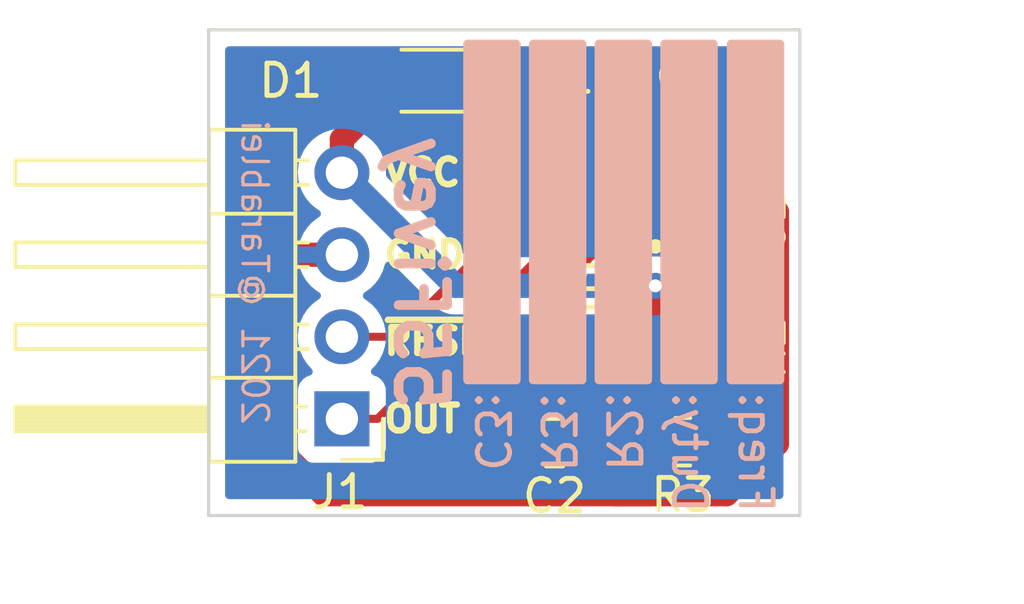
<source format=kicad_pcb>
(kicad_pcb (version 20210925) (generator pcbnew)
  (title_block (title "55Fivey") (date "10/03/2021") (rev "1.0") (company "@Tarablei"))
  (layers (0 "F.Cu" signal) (31 "B.Cu" signal) (34 "B.Paste" user) (35 "F.Paste" user) (36 "B.SilkS" user "B.Silkscreen") (37 "F.SilkS" user "F.Silkscreen") (38 "B.Mask" user) (39 "F.Mask" user) (44 "Edge.Cuts" user))
  (net 0 "")
  (net 1 "VCC")
  (net 2 "GND")
  (net 3 "Net-(C2-Pad1)")
  (net 4 "Net-(C3-Pad1)")
  (net 5 "Net-(D1-Pad1)")
  (net 6 "OUT")
  (net 7 "~{RESET}")
  (net 8 "Net-(R2-Pad2)")
  (footprint "Package_SO:SOIC-8_3.9x4.9mm_P1.27mm" (layer "F.Cu") (at 61.6712 30.8864 -90)
    (fp_text reference "U1" (at 0 0 -90) (layer "F.SilkS"))
    (fp_text value "NE555P")
    (fp_line (start 0 -2.56) (end 1.95 -2.56) (layer "F.SilkS") (width 0.12))
    (fp_line (start 0 2.56) (end -1.95 2.56) (layer "F.SilkS") (width 0.12))
    (fp_line (start 0 -2.56) (end -3.45 -2.56) (layer "F.SilkS") (width 0.12))
    (fp_line (start 0 2.56) (end 1.95 2.56) (layer "F.SilkS") (width 0.12))
    (pad "1" smd roundrect locked (at -2.475 -1.905 270) (size 1.95 0.6) (layers "F.Cu" "F.Paste" "F.Mask") (net 2 "GND"))
    (pad "2" smd roundrect locked (at -2.475 -0.635 270) (size 1.95 0.6) (layers "F.Cu" "F.Paste" "F.Mask") (net 4 "Net-(C3-Pad1)"))
    (pad "3" smd roundrect locked (at -2.475 0.635 270) (size 1.95 0.6) (layers "F.Cu" "F.Paste" "F.Mask") (net 6 "OUT"))
    (pad "4" smd roundrect locked (at -2.475 1.905 270) (size 1.95 0.6) (layers "F.Cu" "F.Paste" "F.Mask") (net 7 "~{RESET}"))
    (pad "5" smd roundrect locked (at 2.475 1.905 270) (size 1.95 0.6) (layers "F.Cu" "F.Paste" "F.Mask") (net 3 "Net-(C2-Pad1)"))
    (pad "6" smd roundrect locked (at 2.475 0.635 270) (size 1.95 0.6) (layers "F.Cu" "F.Paste" "F.Mask") (net 4 "Net-(C3-Pad1)"))
    (pad "7" smd roundrect locked (at 2.475 -0.635 270) (size 1.95 0.6) (layers "F.Cu" "F.Paste" "F.Mask") (net 8 "Net-(R2-Pad2)"))
    (pad "8" smd roundrect locked (at 2.475 -1.905 270) (size 1.95 0.6) (layers "F.Cu" "F.Paste" "F.Mask") (net 1 "VCC"))
  )
  (footprint "Resistor_SMD:R_0805_2012Metric_Pad1.20x1.40mm_HandSolder" (layer "F.Cu") (at 60.7314 26.065)
    (fp_text reference "R1" (at 0 -1.554) (layer "F.SilkS"))
    (fp_text value "1k")
    (fp_line (start -0.227064 0.735) (end 0.227064 0.735) (layer "F.SilkS") (width 0.12))
    (fp_line (start -0.227064 -0.735) (end 0.227064 -0.735) (layer "F.SilkS") (width 0.12))
    (pad "1" smd roundrect locked (at -1 0) (size 1.2 1.4) (layers "F.Cu" "F.Paste" "F.Mask") (roundrect_rratio 0.208333) (net 5 "Net-(D1-Pad1)"))
    (pad "2" smd roundrect locked (at 1 0) (size 1.2 1.4) (layers "F.Cu" "F.Paste" "F.Mask") (roundrect_rratio 0.208333) (net 2 "GND"))
  )
  (footprint "Capacitor_SMD:C_0805_2012Metric_Pad1.18x1.45mm_HandSolder" (layer "F.Cu") (at 60.4813 35.844)
    (fp_text reference "C2" (at 0 1.65) (layer "F.SilkS"))
    (fp_text value "10n")
    (fp_line (start -0.261252 -0.735) (end 0.261252 -0.735) (layer "F.SilkS") (width 0.12))
    (fp_line (start -0.261252 0.735) (end 0.261252 0.735) (layer "F.SilkS") (width 0.12))
    (pad "1" smd roundrect locked (at -1.0375 0) (size 1.175 1.45) (layers "F.Cu" "F.Paste" "F.Mask") (roundrect_rratio 0.212766) (net 3 "Net-(C2-Pad1)"))
    (pad "2" smd roundrect locked (at 1.0375 0) (size 1.175 1.45) (layers "F.Cu" "F.Paste" "F.Mask") (roundrect_rratio 0.212766) (net 2 "GND"))
  )
  (footprint "Connector_PinHeader_2.54mm:PinHeader_1x04_P2.54mm_Horizontal" (layer "F.Cu") (at 53.905 35.1055 180)
    (fp_text reference "J1" (at 0.057 -2.27) (layer "F.SilkS"))
    (fp_text value "Conn_01x04")
    (fp_line (start 1.042929 7.24) (end 1.44 7.24) (layer "F.SilkS") (width 0.12))
    (fp_line (start 4.1 0.28) (end 10.1 0.28) (layer "F.SilkS") (width 0.12))
    (fp_line (start 4.1 8.95) (end 4.1 -1.33) (layer "F.SilkS") (width 0.12))
    (fp_line (start 10.1 -0.38) (end 10.1 0.38) (layer "F.SilkS") (width 0.12))
    (fp_line (start 1.44 8.95) (end 4.1 8.95) (layer "F.SilkS") (width 0.12))
    (fp_line (start 1.11 0.38) (end 1.44 0.38) (layer "F.SilkS") (width 0.12))
    (fp_line (start 4.1 7.24) (end 10.1 7.24) (layer "F.SilkS") (width 0.12))
    (fp_line (start 10.1 0.38) (end 4.1 0.38) (layer "F.SilkS") (width 0.12))
    (fp_line (start 1.042929 8) (end 1.44 8) (layer "F.SilkS") (width 0.12))
    (fp_line (start 1.44 6.35) (end 4.1 6.35) (layer "F.SilkS") (width 0.12))
    (fp_line (start 10.1 4.7) (end 10.1 5.46) (layer "F.SilkS") (width 0.12))
    (fp_line (start 4.1 -0.32) (end 10.1 -0.32) (layer "F.SilkS") (width 0.12))
    (fp_line (start 4.1 -0.08) (end 10.1 -0.08) (layer "F.SilkS") (width 0.12))
    (fp_line (start 10.1 5.46) (end 4.1 5.46) (layer "F.SilkS") (width 0.12))
    (fp_line (start -1.27 -1.27) (end 0 -1.27) (layer "F.SilkS") (width 0.12))
    (fp_line (start 10.1 2.92) (end 4.1 2.92) (layer "F.SilkS") (width 0.12))
    (fp_line (start -1.27 0) (end -1.27 -1.27) (layer "F.SilkS") (width 0.12))
    (fp_line (start 4.1 -0.38) (end 10.1 -0.38) (layer "F.SilkS") (width 0.12))
    (fp_line (start 1.44 1.27) (end 4.1 1.27) (layer "F.SilkS") (width 0.12))
    (fp_line (start 1.11 -0.38) (end 1.44 -0.38) (layer "F.SilkS") (width 0.12))
    (fp_line (start 4.1 -0.2) (end 10.1 -0.2) (layer "F.SilkS") (width 0.12))
    (fp_line (start 1.042929 2.92) (end 1.44 2.92) (layer "F.SilkS") (width 0.12))
    (fp_line (start 4.1 0.16) (end 10.1 0.16) (layer "F.SilkS") (width 0.12))
    (fp_line (start 1.042929 5.46) (end 1.44 5.46) (layer "F.SilkS") (width 0.12))
    (fp_line (start 4.1 -1.33) (end 1.44 -1.33) (layer "F.SilkS") (width 0.12))
    (fp_line (start 4.1 4.7) (end 10.1 4.7) (layer "F.SilkS") (width 0.12))
    (fp_line (start 1.042929 4.7) (end 1.44 4.7) (layer "F.SilkS") (width 0.12))
    (fp_line (start 1.042929 2.16) (end 1.44 2.16) (layer "F.SilkS") (width 0.12))
    (fp_line (start 10.1 7.24) (end 10.1 8) (layer "F.SilkS") (width 0.12))
    (fp_line (start 10.1 2.16) (end 10.1 2.92) (layer "F.SilkS") (width 0.12))
    (fp_line (start 1.44 -1.33) (end 1.44 8.95) (layer "F.SilkS") (width 0.12))
    (fp_line (start 10.1 8) (end 4.1 8) (layer "F.SilkS") (width 0.12))
    (fp_line (start 1.44 3.81) (end 4.1 3.81) (layer "F.SilkS") (width 0.12))
    (fp_line (start 4.1 2.16) (end 10.1 2.16) (layer "F.SilkS") (width 0.12))
    (fp_line (start 4.1 0.04) (end 10.1 0.04) (layer "F.SilkS") (width 0.12))
    (pad "1" thru_hole rect locked (at 0 0 180) (size 1.7 1.7) (drill 1) (layers *.Cu *.Mask) (net 6 "OUT"))
    (pad "2" thru_hole oval locked (at 0 2.54 180) (size 1.7 1.7) (drill 1) (layers *.Cu *.Mask) (net 7 "~{RESET}"))
    (pad "3" thru_hole oval locked (at 0 5.08 180) (size 1.7 1.7) (drill 1) (layers *.Cu *.Mask) (net 2 "GND"))
    (pad "4" thru_hole oval locked (at 0 7.62 180) (size 1.7 1.7) (drill 1) (layers *.Cu *.Mask) (net 1 "VCC"))
  )
  (footprint "LED_SMD:LED_0805_2012Metric_Pad1.15x1.40mm_HandSolder" (layer "F.Cu") (at 56.7436 24.638 180)
    (fp_text reference "D1" (at 4.4196 0 180) (layer "F.SilkS"))
    (fp_text value "LED")
    (fp_line (start -1.86 0.96) (end 1 0.96) (layer "F.SilkS") (width 0.12))
    (fp_line (start 1 -0.96) (end -1.86 -0.96) (layer "F.SilkS") (width 0.12))
    (fp_line (start -1.86 -0.96) (end -1.86 0.96) (layer "F.SilkS") (width 0.12))
    (pad "1" smd roundrect locked (at -1.025 0 180) (size 1.15 1.4) (layers "F.Cu" "F.Paste" "F.Mask") (roundrect_rratio 0.217391) (net 5 "Net-(D1-Pad1)"))
    (pad "2" smd roundrect locked (at 1.025 0 180) (size 1.15 1.4) (layers "F.Cu" "F.Paste" "F.Mask") (roundrect_rratio 0.217391) (net 1 "VCC"))
  )
  (footprint "Capacitor_SMD:C_0805_2012Metric_Pad1.18x1.45mm_HandSolder" (layer "F.Cu") (at 64.5812 26.035)
    (fp_text reference "C3" (at 0 -1.524) (layer "F.SilkS"))
    (fp_text value "0.01u")
    (fp_line (start -0.261252 0.735) (end 0.261252 0.735) (layer "F.SilkS") (width 0.12))
    (fp_line (start -0.261252 -0.735) (end 0.261252 -0.735) (layer "F.SilkS") (width 0.12))
    (pad "1" smd roundrect locked (at -1.0375 0) (size 1.175 1.45) (layers "F.Cu" "F.Paste" "F.Mask") (roundrect_rratio 0.212766) (net 4 "Net-(C3-Pad1)"))
    (pad "2" smd roundrect locked (at 1.0375 0) (size 1.175 1.45) (layers "F.Cu" "F.Paste" "F.Mask") (roundrect_rratio 0.212766) (net 2 "GND"))
  )
  (footprint "Resistor_SMD:R_0805_2012Metric_Pad1.20x1.40mm_HandSolder" (layer "F.Cu") (at 65.4512 32.9184 -90)
    (fp_text reference "R2" (at 0 -1.65 90) (layer "F.SilkS"))
    (fp_text value "4.7k")
    (fp_line (start -0.227064 -0.735) (end 0.227064 -0.735) (layer "F.SilkS") (width 0.12))
    (fp_line (start -0.227064 0.735) (end 0.227064 0.735) (layer "F.SilkS") (width 0.12))
    (pad "1" smd roundrect locked (at -1 0 270) (size 1.2 1.4) (layers "F.Cu" "F.Paste" "F.Mask") (roundrect_rratio 0.208333) (net 1 "VCC"))
    (pad "2" smd roundrect locked (at 1 0 270) (size 1.2 1.4) (layers "F.Cu" "F.Paste" "F.Mask") (roundrect_rratio 0.208333) (net 8 "Net-(R2-Pad2)"))
  )
  (footprint "Capacitor_SMD:C_0805_2012Metric_Pad1.18x1.45mm_HandSolder" (layer "F.Cu") (at 65.4812 29.0664 90)
    (fp_text reference "C1" (at 0 1.62 90) (layer "F.SilkS"))
    (fp_text value "0.1u")
    (fp_line (start -0.261252 0.735) (end 0.261252 0.735) (layer "F.SilkS") (width 0.12))
    (fp_line (start -0.261252 -0.735) (end 0.261252 -0.735) (layer "F.SilkS") (width 0.12))
    (pad "1" smd roundrect locked (at -1.0375 0 90) (size 1.175 1.45) (layers "F.Cu" "F.Paste" "F.Mask") (roundrect_rratio 0.212766) (net 1 "VCC"))
    (pad "2" smd roundrect locked (at 1.0375 0 90) (size 1.175 1.45) (layers "F.Cu" "F.Paste" "F.Mask") (roundrect_rratio 0.212766) (net 2 "GND"))
  )
  (footprint "Resistor_SMD:R_0805_2012Metric_Pad1.20x1.40mm_HandSolder" (layer "F.Cu") (at 64.4512 35.814 180)
    (fp_text reference "R3" (at 0 -1.65 180) (layer "F.SilkS"))
    (fp_text value "68k")
    (fp_line (start -0.227064 0.735) (end 0.227064 0.735) (layer "F.SilkS") (width 0.12))
    (fp_line (start -0.227064 -0.735) (end 0.227064 -0.735) (layer "F.SilkS") (width 0.12))
    (pad "1" smd roundrect locked (at -1 0 180) (size 1.2 1.4) (layers "F.Cu" "F.Paste" "F.Mask") (roundrect_rratio 0.208333) (net 8 "Net-(R2-Pad2)"))
    (pad "2" smd roundrect locked (at 1 0 180) (size 1.2 1.4) (layers "F.Cu" "F.Paste" "F.Mask") (roundrect_rratio 0.208333) (net 4 "Net-(C3-Pad1)"))
  )
  (gr_circle (center 63.6016 29.7688) (end 63.7516 29.7688) (layer "F.SilkS") (width 0.15) (fill solid))
  (gr_line (start 68.072 38.1) (end 68.072 23.0632) (layer "Edge.Cuts") (width 0.1))
  (gr_line (start 49.784 38.1) (end 68.072 38.1) (layer "Edge.Cuts") (width 0.1))
  (gr_line (start 68.072 23.0632) (end 49.784 23.0632) (layer "Edge.Cuts") (width 0.1))
  (gr_line (start 49.784 23.0632) (end 49.784 38.1) (layer "Edge.Cuts") (width 0.1))
  (gr_text "55Fivey" (at 56.3372 30.5816 270) (layer "B.SilkS") (effects (font (size 1.5 1.5) (thickness 0.3)) (justify mirror)))
  (gr_text "C3:" (at 58.547 36.814285 270) (layer "B.SilkS") (effects (font (size 1 1)) (justify left mirror)))
  (gr_text "2021 @Tarablei" (at 51.2064 35.35541 270) (layer "B.SilkS") (effects (font (size 0.8 0.8) (thickness 0.1)) (justify left mirror)))
  (gr_text "Freq:" (at 66.7004 38.1 270) (layer "B.SilkS") (effects (font (size 1 1)) (justify left mirror)))
  (gr_text "R2:" (at 62.611 36.814285 270) (layer "B.SilkS") (effects (font (size 1 1)) (justify left mirror)))
  (gr_text "Duty:" (at 64.643 38.1 270) (layer "B.SilkS") (effects (font (size 1 1)) (justify left mirror)))
  (gr_text "R3:" (at 60.579 35.524999 270) (layer "B.SilkS") (effects (font (size 1 1)) (justify mirror)))
  (gr_text "~{RESET}" (at 55.118 32.7028) (layer "F.SilkS") (effects (font (size 0.8 0.8) (thickness 0.2)) (justify left)))
  (gr_text "VCC" (at 55.118 27.4828) (layer "F.SilkS") (effects (font (size 0.8 0.8) (thickness 0.2)) (justify left)))
  (gr_text "OUT" (at 55.118 35.1028) (layer "F.SilkS") (effects (font (size 0.8 0.8) (thickness 0.2)) (justify left)))
  (gr_text "GND" (at 55.118 30.0228) (layer "F.SilkS") (effects (font (size 0.8 0.8) (thickness 0.2)) (justify left)))
  (segment (start 65.4812 30.1039) (end 65.4812 31.8884) (width 0.75) (layer "F.Cu") (net 1))
  (segment (start 63.6016 30.988) (end 63.6016 33.336) (width 0.75) (layer "F.Cu") (net 1))
  (segment (start 53.905 27.4855) (end 53.905 26.4516) (width 0.75) (layer "F.Cu") (net 1))
  (segment (start 63.6016 33.336) (end 63.5762 33.3614) (width 0.75) (layer "F.Cu") (net 1))
  (segment (start 53.905 26.4516) (end 55.7186 24.638) (width 0.75) (layer "F.Cu") (net 1))
  (segment (start 65.0192 31.9184) (end 63.5762 33.3614) (width 0.75) (layer "F.Cu") (net 1))
  (segment (start 65.4812 31.8884) (end 65.4512 31.9184) (width 0.75) (layer "F.Cu") (net 1))
  (segment (start 65.4512 31.9184) (end 65.0192 31.9184) (width 0.75) (layer "F.Cu") (net 1))
  (via (at 63.6016 30.988) (size 0.8) (drill 0.4) (layers "F.Cu" "B.Cu") (net 1))
  (segment (start 53.905 27.4855) (end 57.4075 30.988) (width 0.75) (layer "B.Cu") (net 1))
  (segment (start 57.4075 30.988) (end 63.6016 30.988) (width 0.75) (layer "B.Cu") (net 1))
  (segment (start 65.6187 27.8914) (end 65.4812 28.0289) (width 0.75) (layer "F.Cu") (net 2))
  (segment (start 65.4812 28.0289) (end 63.9587 28.0289) (width 0.75) (layer "F.Cu") (net 2))
  (segment (start 64.6684 23.9776) (end 65.6187 24.9279) (width 0.75) (layer "F.Cu") (net 2))
  (segment (start 61.5188 36.569) (end 61.5188 35.844) (width 0.75) (layer "F.Cu") (net 2))
  (segment (start 62.3894 37.4396) (end 61.5188 36.569) (width 0.75) (layer "F.Cu") (net 2))
  (segment (start 66.6877 28.0289) (end 67.3608 28.702) (width 0.75) (layer "F.Cu") (net 2))
  (segment (start 67.3608 35.877374) (end 65.798574 37.4396) (width 0.75) (layer "F.Cu") (net 2))
  (segment (start 65.4812 28.0289) (end 66.6877 28.0289) (width 0.75) (layer "F.Cu") (net 2))
  (segment (start 53.905 30.0255) (end 52.3213 30.0255) (width 0.75) (layer "F.Cu") (net 2))
  (segment (start 61.7314 25.365) (end 62.6236 24.4728) (width 0.75) (layer "F.Cu") (net 2))
  (segment (start 62.6236 24.4728) (end 63.1188 23.9776) (width 0.75) (layer "F.Cu") (net 2))
  (segment (start 51.6636 35.7632) (end 53.34 37.4396) (width 0.75) (layer "F.Cu") (net 2))
  (segment (start 51.6636 30.6832) (end 51.6636 35.7632) (width 0.75) (layer "F.Cu") (net 2))
  (segment (start 65.6187 24.9279) (end 65.6187 26.035) (width 0.75) (layer "F.Cu") (net 2))
  (segment (start 52.3213 30.0255) (end 51.6636 30.6832) (width 0.75) (layer "F.Cu") (net 2))
  (segment (start 61.7314 26.065) (end 61.7314 25.365) (width 0.75) (layer "F.Cu") (net 2))
  (segment (start 53.34 37.4396) (end 63.4492 37.4396) (width 0.75) (layer "F.Cu") (net 2))
  (segment (start 65.798574 37.4396) (end 62.3894 37.4396) (width 0.75) (layer "F.Cu") (net 2))
  (segment (start 63.9587 28.0289) (end 63.5762 28.4114) (width 0.75) (layer "F.Cu") (net 2))
  (segment (start 65.6187 26.035) (end 65.6187 27.8914) (width 0.75) (layer "F.Cu") (net 2))
  (segment (start 63.1188 23.9776) (end 64.6684 23.9776) (width 0.75) (layer "F.Cu") (net 2))
  (segment (start 67.3608 28.702) (end 67.3608 35.877374) (width 0.75) (layer "F.Cu") (net 2))
  (segment (start 59.7662 35.5216) (end 59.4438 35.844) (width 0.25) (layer "F.Cu") (net 3))
  (segment (start 59.7662 33.3614) (end 59.7662 35.5216) (width 0.25) (layer "F.Cu") (net 3))
  (segment (start 62.3062 29.386399) (end 61.0362 30.656399) (width 0.25) (layer "F.Cu") (net 4))
  (segment (start 62.3062 28.4114) (end 62.3062 29.386399) (width 0.25) (layer "F.Cu") (net 4))
  (segment (start 62.3062 27.2725) (end 62.3062 28.4114) (width 0.25) (layer "F.Cu") (net 4))
  (segment (start 61.494281 34.79448) (end 62.43168 34.79448) (width 0.25) (layer "F.Cu") (net 4))
  (segment (start 61.0362 34.336399) (end 61.494281 34.79448) (width 0.25) (layer "F.Cu") (net 4))
  (segment (start 62.43168 34.79448) (end 63.4512 35.814) (width 0.25) (layer "F.Cu") (net 4))
  (segment (start 63.5437 26.035) (end 62.3062 27.2725) (width 0.25) (layer "F.Cu") (net 4))
  (segment (start 61.0362 33.3614) (end 61.0362 34.336399) (width 0.25) (layer "F.Cu") (net 4))
  (segment (start 61.0362 30.656399) (end 61.0362 33.3614) (width 0.25) (layer "F.Cu") (net 4))
  (segment (start 57.7686 24.638) (end 58.3044 24.638) (width 0.25) (layer "F.Cu") (net 5))
  (segment (start 58.3044 24.638) (end 59.7314 26.065) (width 0.25) (layer "F.Cu") (net 5))
  (segment (start 55.005 35.1055) (end 61.0362 29.0743) (width 0.25) (layer "F.Cu") (net 6))
  (segment (start 53.905 35.1055) (end 55.005 35.1055) (width 0.25) (layer "F.Cu") (net 6))
  (segment (start 61.0362 29.0743) (end 61.0362 28.4114) (width 0.25) (layer "F.Cu") (net 6))
  (segment (start 55.6121 32.5655) (end 59.7662 28.4114) (width 0.25) (layer "F.Cu") (net 7))
  (segment (start 53.905 32.5655) (end 55.6121 32.5655) (width 0.25) (layer "F.Cu") (net 7))
  (segment (start 63.225492 34.66092) (end 64.70868 34.66092) (width 0.25) (layer "F.Cu") (net 8))
  (segment (start 62.3062 33.741628) (end 63.225492 34.66092) (width 0.25) (layer "F.Cu") (net 8))
  (segment (start 64.70868 34.66092) (end 65.4512 33.9184) (width 0.25) (layer "F.Cu") (net 8))
  (segment (start 62.3062 33.3614) (end 62.3062 33.741628) (width 0.25) (layer "F.Cu") (net 8))
  (segment (start 65.4512 35.814) (end 65.4512 33.9184) (width 0.25) (layer "F.Cu") (net 8))
  (zone (net 2) (net_name "GND") (layer "B.Cu") (connect_pads (clearance 0.508)) (min_thickness 0.254) (fill yes (thermal_gap 0.508) (thermal_bridge_width 0.508))
    (polygon (pts (xy 68.072 38.1) (xy 49.784 38.1) (xy 49.784 23.0632) (xy 68.072 23.0632)))
  )
  (zone (net 0) (net_name "") (layer "B.SilkS") (connect_pads (clearance 0.508)) (min_thickness 0.254) (fill yes (thermal_gap 0.508) (thermal_bridge_width 0.508))
    (polygon (pts (xy 67.5894 34.036) (xy 65.8114 34.036) (xy 65.8114 23.368) (xy 67.5894 23.368)))
  )
  (zone (net 0) (net_name "") (layer "B.SilkS") (connect_pads (clearance 0.508)) (min_thickness 0.254) (fill yes (thermal_gap 0.508) (thermal_bridge_width 0.508))
    (polygon (pts (xy 65.532 34.036) (xy 63.754 34.036) (xy 63.754 23.368) (xy 65.532 23.368)))
  )
  (zone (net 0) (net_name "") (layer "B.SilkS") (connect_pads (clearance 0.508)) (min_thickness 0.254) (fill yes (thermal_gap 0.508) (thermal_bridge_width 0.508))
    (polygon (pts (xy 63.5 34.036) (xy 61.722 34.036) (xy 61.722 23.368) (xy 63.5 23.368)))
  )
  (zone (net 0) (net_name "") (layer "B.SilkS") (connect_pads (clearance 0.508)) (min_thickness 0.254) (fill yes (thermal_gap 0.508) (thermal_bridge_width 0.508))
    (polygon (pts (xy 59.436 34.036) (xy 57.658 34.036) (xy 57.658 23.368) (xy 59.436 23.368)))
  )
  (zone (net 0) (net_name "") (layer "B.SilkS") (connect_pads (clearance 0.508)) (min_thickness 0.254) (fill yes (thermal_gap 0.508) (thermal_bridge_width 0.508))
    (polygon (pts (xy 61.468 34.036) (xy 59.69 34.036) (xy 59.69 23.368) (xy 61.468 23.368)))
  )
)
</source>
